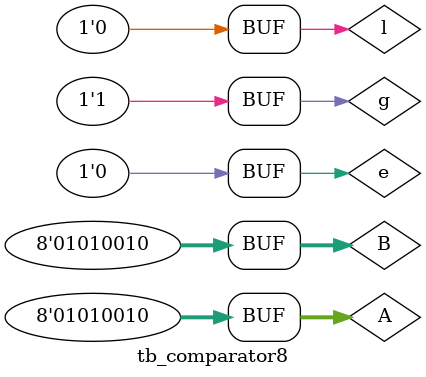
<source format=v>
/*--  *******************************************************
--  Computer Architecture Course, Laboratory Sources 
--  Amirkabir University of Technology (Tehran Polytechnic)
--  Department of Computer Engineering (CE-AUT)
--  https://ce[dot]aut[dot]ac[dot]ir
--  *******************************************************
--  All Rights reserved (C) 2019-2020
--  *******************************************************
--  Student ID  : 
--  Student Name: 
--  Student Mail: 
--  *******************************************************
--  Additional Comments:
--
--*/

/*-----------------------------------------------------------
---  Module Name: 8 Bit Comparator Testbench
---  Description: Lab 06 Part 2 Testbench
-----------------------------------------------------------*/
`timescale 1 ns/1 ns


module tb_comparator8 ();

reg [7:0] A;
reg [7:0] B;
reg l;
reg e;
reg g;
wire lt;
wire et;
wire gt;

	comparator8 test_comparator8 (.A(A), .B(B), .l(l), .e(e), .g(g), .lt(lt), .et(et), .gt(gt));


	initial 
		begin
		
		A = 8'b10000111;
		B = 8'b00100111;
		
		l = 1'b0;
		e = 1'b1;
		g = 1'b0;
		
		# 10;
		
		l = 1'b1;
		e = 1'b0;
		g = 1'b0;
		
		# 10;
		
		l = 1'b0;
		e = 1'b0;
		g = 1'b1;
		
		# 10;
		
		A = 8'b00000101;
		B = 8'b00001001;
		
		l = 1'b0;
		e = 1'b1;
		g = 1'b0;
		
		# 10;
		
		l = 1'b1;
		e = 1'b0;
		g = 1'b0;
		
		# 10;
		
		l = 1'b0;
		e = 1'b0;
		g = 1'b1;
		
		# 10;
		
		A = 8'b01010010;
		B = 8'b01010010;
		
		l = 1'b0;
		e = 1'b1;
		g = 1'b0;
		
		# 10;
		
		l = 1'b1;
		e = 1'b0;
		g = 1'b0;
		
		# 10;
		
		l = 1'b0;
		e = 1'b0;
		g = 1'b1;
		
		# 10;
		
		
	end

endmodule
</source>
